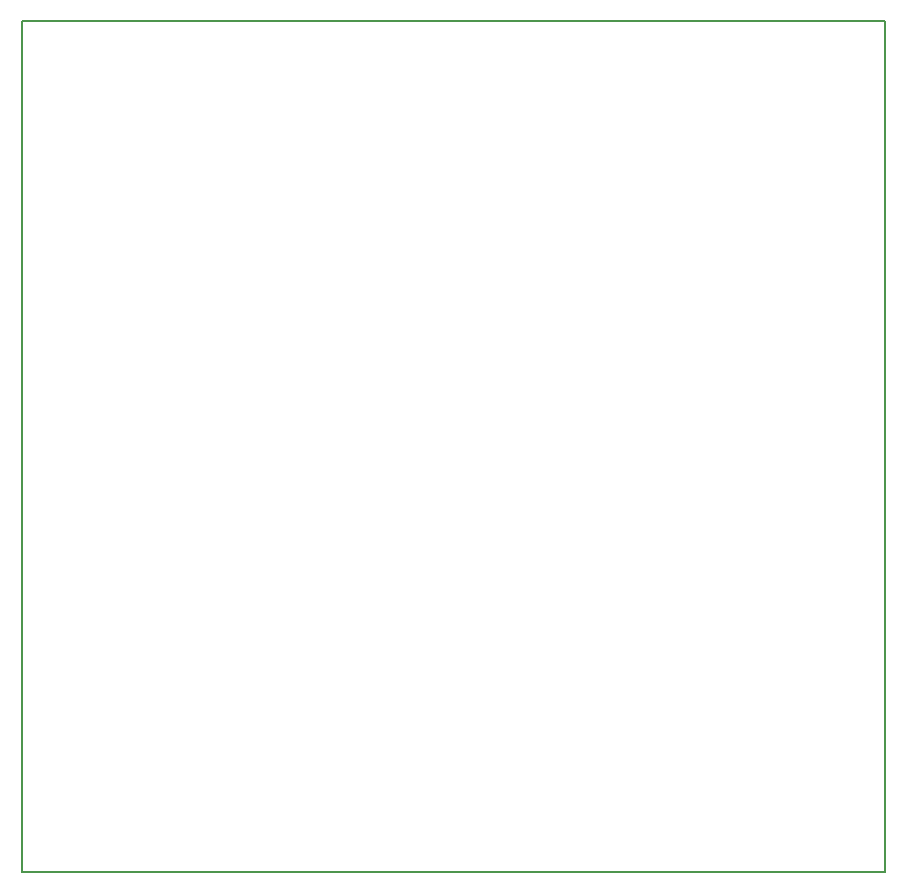
<source format=gbr>
%TF.GenerationSoftware,Novarm,DipTrace,3.3.1.3*%
%TF.CreationDate,2020-07-03T15:38:05+00:00*%
%FSLAX35Y35*%
%MOMM*%
%TF.FileFunction,Profile*%
%TF.Part,Single*%
%ADD11C,0.14*%
G75*
G01*
%LPD*%
X0Y0D2*
D11*
Y7200000D1*
X7300000D1*
Y0D1*
X0D1*
M02*

</source>
